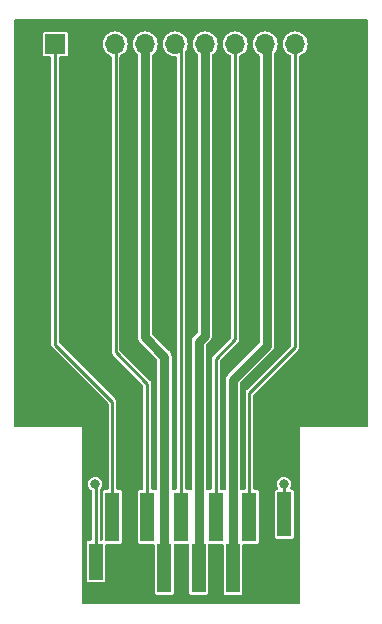
<source format=gbr>
%TF.GenerationSoftware,KiCad,Pcbnew,7.0.7*%
%TF.CreationDate,2024-03-08T17:36:46-05:00*%
%TF.ProjectId,MemcardBreakout,4d656d63-6172-4644-9272-65616b6f7574,rev?*%
%TF.SameCoordinates,Original*%
%TF.FileFunction,Copper,L1,Top*%
%TF.FilePolarity,Positive*%
%FSLAX46Y46*%
G04 Gerber Fmt 4.6, Leading zero omitted, Abs format (unit mm)*
G04 Created by KiCad (PCBNEW 7.0.7) date 2024-03-08 17:36:46*
%MOMM*%
%LPD*%
G01*
G04 APERTURE LIST*
%TA.AperFunction,ComponentPad*%
%ADD10R,1.700000X1.700000*%
%TD*%
%TA.AperFunction,ComponentPad*%
%ADD11O,1.700000X1.700000*%
%TD*%
%TA.AperFunction,SMDPad,CuDef*%
%ADD12R,1.187403X3.771756*%
%TD*%
%TA.AperFunction,SMDPad,CuDef*%
%ADD13R,1.187403X4.679771*%
%TD*%
%TA.AperFunction,SMDPad,CuDef*%
%ADD14R,1.187403X4.190840*%
%TD*%
%TA.AperFunction,SMDPad,CuDef*%
%ADD15R,1.187403X3.143131*%
%TD*%
%TA.AperFunction,ViaPad*%
%ADD16C,0.800000*%
%TD*%
%TA.AperFunction,Conductor*%
%ADD17C,0.250000*%
%TD*%
%TA.AperFunction,Conductor*%
%ADD18C,0.800000*%
%TD*%
G04 APERTURE END LIST*
D10*
%TO.P,J2,1,Pin_1*%
%TO.N,/CLK*%
X132054600Y-58013600D03*
D11*
%TO.P,J2,2,Pin_2*%
%TO.N,/GND*%
X134594600Y-58013600D03*
%TO.P,J2,3,Pin_3*%
%TO.N,/CS*%
X137134600Y-58013600D03*
%TO.P,J2,4,Pin_4*%
%TO.N,Net-(J1-3V3@8)*%
X139674600Y-58013600D03*
%TO.P,J2,5,Pin_5*%
%TO.N,/DI*%
X142214600Y-58013600D03*
%TO.P,J2,6,Pin_6*%
%TO.N,/5V*%
X144754600Y-58013600D03*
%TO.P,J2,7,Pin_7*%
%TO.N,/DO*%
X147294600Y-58013600D03*
%TO.P,J2,8,Pin_8*%
%TO.N,Net-(J1-3V3@4)*%
X149834600Y-58013600D03*
%TO.P,J2,9,Pin_9*%
%TO.N,/INT*%
X152374600Y-58013600D03*
%TO.P,J2,10,Pin_10*%
%TO.N,/GND*%
X154914600Y-58013600D03*
%TD*%
D12*
%TO.P,J1,1,EXTIN*%
%TO.N,Net-(J1-EXTIN)*%
X151450200Y-97837400D03*
D13*
%TO.P,J1,2,GND@2*%
%TO.N,/GND*%
X150000200Y-102637400D03*
D14*
%TO.P,J1,3,INT*%
%TO.N,/INT*%
X148500200Y-98037400D03*
%TO.P,J1,4,3V3@4*%
%TO.N,Net-(J1-3V3@4)*%
X147100200Y-102387400D03*
%TO.P,J1,5,DO*%
%TO.N,/DO*%
X145650200Y-98037400D03*
%TO.P,J1,6,5V*%
%TO.N,/5V*%
X144200200Y-102387400D03*
%TO.P,J1,7,DI*%
%TO.N,/DI*%
X142700200Y-98037400D03*
%TO.P,J1,8,3V3@8*%
%TO.N,Net-(J1-3V3@8)*%
X141300200Y-102387400D03*
%TO.P,J1,9,CS*%
%TO.N,/CS*%
X139850200Y-98037400D03*
D13*
%TO.P,J1,10,GND@10*%
%TO.N,/GND*%
X138400200Y-102587400D03*
D14*
%TO.P,J1,11,CLK*%
%TO.N,/CLK*%
X136900200Y-98037400D03*
D15*
%TO.P,J1,12,EXTOUT*%
%TO.N,Net-(J1-EXTIN)*%
X135500200Y-101837400D03*
%TD*%
D16*
%TO.N,Net-(J1-EXTIN)*%
X151409400Y-95275400D03*
X135432800Y-95275400D03*
%TO.N,/GND*%
X150037800Y-91871800D03*
X129387600Y-60401200D03*
X138379200Y-92075000D03*
X129413000Y-80746600D03*
X157429200Y-73253600D03*
X157607000Y-80467200D03*
X129489200Y-73736200D03*
X129362200Y-66319400D03*
X157530800Y-60655200D03*
X157556200Y-89382600D03*
X129565400Y-89458800D03*
X157378400Y-65760600D03*
%TD*%
D17*
%TO.N,Net-(J1-EXTIN)*%
X135500200Y-101837400D02*
X135500200Y-95342800D01*
X151409400Y-95275400D02*
X151450200Y-95316200D01*
X135500200Y-95342800D02*
X135432800Y-95275400D01*
X151450200Y-95316200D02*
X151450200Y-97837400D01*
%TO.N,/GND*%
X150000200Y-102637400D02*
X150000200Y-91909400D01*
X150000200Y-91909400D02*
X150037800Y-91871800D01*
X154914600Y-83947000D02*
X154914600Y-58013600D01*
X134594600Y-58013600D02*
X134594600Y-83616800D01*
X150000200Y-91834200D02*
X150000200Y-88861400D01*
X134594600Y-83616800D02*
X138400200Y-87422400D01*
X138400200Y-87422400D02*
X138400200Y-92054000D01*
X138400200Y-92054000D02*
X138379200Y-92075000D01*
X138379200Y-92075000D02*
X138400200Y-92096000D01*
X150000200Y-88861400D02*
X154914600Y-83947000D01*
X150037800Y-91871800D02*
X150000200Y-91834200D01*
X138400200Y-92096000D02*
X138400200Y-102587400D01*
%TO.N,/INT*%
X152374600Y-83693000D02*
X152374600Y-58013600D01*
X148500200Y-98037400D02*
X148500200Y-87567400D01*
X148500200Y-87567400D02*
X152374600Y-83693000D01*
%TO.N,/DO*%
X145650200Y-98037400D02*
X145650200Y-84677000D01*
X145650200Y-84677000D02*
X147294600Y-83032600D01*
X147294600Y-83032600D02*
X147294600Y-58013600D01*
D18*
%TO.N,/5V*%
X144729200Y-82702400D02*
X144729200Y-58039000D01*
X144200200Y-83231400D02*
X144729200Y-82702400D01*
X144200200Y-102387400D02*
X144200200Y-83231400D01*
X144729200Y-58039000D02*
X144754600Y-58013600D01*
D17*
%TO.N,/DI*%
X142700200Y-98037400D02*
X142700200Y-58499200D01*
X142700200Y-58499200D02*
X142214600Y-58013600D01*
%TO.N,/CS*%
X137160000Y-84074000D02*
X137160000Y-58039000D01*
X137160000Y-58039000D02*
X137134600Y-58013600D01*
X139850200Y-98037400D02*
X139850200Y-86764200D01*
X139850200Y-86764200D02*
X137160000Y-84074000D01*
%TO.N,/CLK*%
X136900200Y-98037400D02*
X136900200Y-88310000D01*
X136900200Y-88310000D02*
X132054600Y-83464400D01*
X132054600Y-83464400D02*
X132054600Y-58013600D01*
D18*
%TO.N,Net-(J1-3V3@4)*%
X147100200Y-86427400D02*
X149961600Y-83566000D01*
X147100200Y-102387400D02*
X147100200Y-86427400D01*
D17*
X149961600Y-58140600D02*
X149834600Y-58013600D01*
D18*
X149961600Y-83566000D02*
X149961600Y-58140600D01*
%TO.N,Net-(J1-3V3@8)*%
X141300200Y-102387400D02*
X141300200Y-84480400D01*
X141300200Y-84480400D02*
X139674600Y-82854800D01*
X139674600Y-82854800D02*
X139674600Y-58013600D01*
%TD*%
%TA.AperFunction,Conductor*%
%TO.N,/GND*%
G36*
X158489339Y-55947175D02*
G01*
X158535094Y-55999979D01*
X158546300Y-56051490D01*
X158546300Y-90303310D01*
X158526615Y-90370349D01*
X158473811Y-90416104D01*
X158422300Y-90427310D01*
X152772740Y-90427310D01*
X152772534Y-90427269D01*
X152747980Y-90427269D01*
X152747881Y-90427310D01*
X152747597Y-90427426D01*
X152747595Y-90427428D01*
X152747439Y-90427809D01*
X152747456Y-90452426D01*
X152747451Y-90452426D01*
X152747480Y-90452569D01*
X152747480Y-105342650D01*
X152727795Y-105409689D01*
X152674991Y-105455444D01*
X152623480Y-105466650D01*
X134472720Y-105466650D01*
X134405681Y-105446965D01*
X134359926Y-105394161D01*
X134348720Y-105342650D01*
X134348720Y-90452569D01*
X134348748Y-90452426D01*
X134348744Y-90452426D01*
X134348759Y-90427812D01*
X134348761Y-90427810D01*
X134348682Y-90427618D01*
X134348604Y-90427428D01*
X134348602Y-90427426D01*
X134348319Y-90427310D01*
X134348220Y-90427269D01*
X134323666Y-90427269D01*
X134323460Y-90427310D01*
X128671360Y-90427310D01*
X128604321Y-90407625D01*
X128558566Y-90354821D01*
X128547360Y-90303310D01*
X128547360Y-58883352D01*
X131004100Y-58883352D01*
X131015731Y-58941829D01*
X131015732Y-58941830D01*
X131060047Y-59008152D01*
X131126369Y-59052467D01*
X131126370Y-59052468D01*
X131184847Y-59064099D01*
X131184850Y-59064100D01*
X131184852Y-59064100D01*
X131605100Y-59064100D01*
X131672139Y-59083785D01*
X131717894Y-59136589D01*
X131729100Y-59188100D01*
X131729100Y-83447478D01*
X131728864Y-83452885D01*
X131725335Y-83493208D01*
X131735812Y-83532310D01*
X131736983Y-83537590D01*
X131744011Y-83577443D01*
X131745835Y-83582455D01*
X131752797Y-83599261D01*
X131755045Y-83604081D01*
X131755046Y-83604084D01*
X131769052Y-83624087D01*
X131778255Y-83637231D01*
X131781161Y-83641792D01*
X131801406Y-83676855D01*
X131832415Y-83702875D01*
X131836405Y-83706531D01*
X136538381Y-88408507D01*
X136571866Y-88469830D01*
X136574700Y-88496188D01*
X136574700Y-95617480D01*
X136555015Y-95684519D01*
X136502211Y-95730274D01*
X136450700Y-95741480D01*
X136286745Y-95741480D01*
X136228268Y-95753111D01*
X136228267Y-95753112D01*
X136161945Y-95797427D01*
X136117630Y-95863749D01*
X136117629Y-95863750D01*
X136105998Y-95922227D01*
X136105998Y-99941334D01*
X136086313Y-100008373D01*
X136033509Y-100054128D01*
X135981998Y-100065334D01*
X135949700Y-100065334D01*
X135882661Y-100045649D01*
X135836906Y-99992845D01*
X135825700Y-99941334D01*
X135825700Y-95790426D01*
X135845385Y-95723387D01*
X135857434Y-95708433D01*
X135861076Y-95703686D01*
X135861082Y-95703682D01*
X135957336Y-95578241D01*
X136017844Y-95432162D01*
X136038482Y-95275400D01*
X136017844Y-95118638D01*
X135957336Y-94972559D01*
X135861082Y-94847118D01*
X135735641Y-94750864D01*
X135589562Y-94690356D01*
X135589560Y-94690355D01*
X135432801Y-94669718D01*
X135432799Y-94669718D01*
X135276039Y-94690355D01*
X135276037Y-94690356D01*
X135129960Y-94750863D01*
X135004518Y-94847118D01*
X134908263Y-94972560D01*
X134847756Y-95118637D01*
X134847755Y-95118639D01*
X134827118Y-95275398D01*
X134827118Y-95275401D01*
X134847755Y-95432160D01*
X134847756Y-95432162D01*
X134908264Y-95578241D01*
X135004518Y-95703682D01*
X135068937Y-95753112D01*
X135126186Y-95797041D01*
X135167389Y-95853469D01*
X135174700Y-95895417D01*
X135174700Y-99941334D01*
X135155015Y-100008373D01*
X135102211Y-100054128D01*
X135050700Y-100065334D01*
X134886745Y-100065334D01*
X134828268Y-100076965D01*
X134828267Y-100076966D01*
X134761945Y-100121281D01*
X134717630Y-100187603D01*
X134717629Y-100187604D01*
X134705998Y-100246081D01*
X134705998Y-103428718D01*
X134717629Y-103487195D01*
X134717630Y-103487196D01*
X134761945Y-103553518D01*
X134828267Y-103597833D01*
X134828268Y-103597834D01*
X134886745Y-103609465D01*
X134886748Y-103609466D01*
X134886750Y-103609466D01*
X136113652Y-103609466D01*
X136113653Y-103609465D01*
X136128470Y-103606518D01*
X136172131Y-103597834D01*
X136172131Y-103597833D01*
X136172133Y-103597833D01*
X136238454Y-103553518D01*
X136282769Y-103487197D01*
X136282769Y-103487195D01*
X136282770Y-103487195D01*
X136294401Y-103428718D01*
X136294402Y-103428716D01*
X136294402Y-100457320D01*
X136314087Y-100390281D01*
X136366891Y-100344526D01*
X136418402Y-100333320D01*
X137513652Y-100333320D01*
X137513653Y-100333319D01*
X137528470Y-100330372D01*
X137572131Y-100321688D01*
X137572131Y-100321687D01*
X137572133Y-100321687D01*
X137638454Y-100277372D01*
X137682769Y-100211051D01*
X137682769Y-100211049D01*
X137682770Y-100211049D01*
X137694401Y-100152572D01*
X137694402Y-100152570D01*
X137694402Y-95922229D01*
X137694401Y-95922227D01*
X137682770Y-95863750D01*
X137682769Y-95863749D01*
X137638454Y-95797427D01*
X137572132Y-95753112D01*
X137572131Y-95753111D01*
X137513654Y-95741480D01*
X137513650Y-95741480D01*
X137349700Y-95741480D01*
X137282661Y-95721795D01*
X137236906Y-95668991D01*
X137225700Y-95617480D01*
X137225700Y-88326912D01*
X137225936Y-88321506D01*
X137229463Y-88281191D01*
X137218985Y-88242090D01*
X137217818Y-88236830D01*
X137210788Y-88196955D01*
X137210787Y-88196953D01*
X137208960Y-88191933D01*
X137202020Y-88175176D01*
X137199754Y-88170319D01*
X137199754Y-88170316D01*
X137176537Y-88137159D01*
X137173635Y-88132605D01*
X137153394Y-88097545D01*
X137122382Y-88071522D01*
X137118410Y-88067883D01*
X132416419Y-83365892D01*
X132382934Y-83304569D01*
X132380100Y-83278211D01*
X132380100Y-59188100D01*
X132399785Y-59121061D01*
X132452589Y-59075306D01*
X132504100Y-59064100D01*
X132924350Y-59064100D01*
X132924351Y-59064099D01*
X132939168Y-59061152D01*
X132982829Y-59052468D01*
X132982829Y-59052467D01*
X132982831Y-59052467D01*
X133049152Y-59008152D01*
X133093467Y-58941831D01*
X133093467Y-58941829D01*
X133093468Y-58941829D01*
X133105099Y-58883352D01*
X133105100Y-58883350D01*
X133105100Y-58013600D01*
X136079017Y-58013600D01*
X136099299Y-58219532D01*
X136099300Y-58219534D01*
X136159368Y-58417554D01*
X136256915Y-58600050D01*
X136291569Y-58642277D01*
X136388189Y-58760010D01*
X136484809Y-58839302D01*
X136548150Y-58891285D01*
X136730646Y-58988832D01*
X136746495Y-58993639D01*
X136804931Y-59031932D01*
X136833390Y-59095743D01*
X136834500Y-59112299D01*
X136834500Y-84057078D01*
X136834264Y-84062485D01*
X136830735Y-84102808D01*
X136841212Y-84141910D01*
X136842383Y-84147190D01*
X136849411Y-84187043D01*
X136851235Y-84192055D01*
X136858197Y-84208861D01*
X136860445Y-84213681D01*
X136860446Y-84213684D01*
X136874452Y-84233687D01*
X136883655Y-84246831D01*
X136886561Y-84251392D01*
X136906806Y-84286455D01*
X136937815Y-84312475D01*
X136941805Y-84316131D01*
X139488381Y-86862707D01*
X139521866Y-86924030D01*
X139524700Y-86950388D01*
X139524700Y-95617480D01*
X139505015Y-95684519D01*
X139452211Y-95730274D01*
X139400700Y-95741480D01*
X139236745Y-95741480D01*
X139178268Y-95753111D01*
X139178267Y-95753112D01*
X139111945Y-95797427D01*
X139067630Y-95863749D01*
X139067629Y-95863750D01*
X139055998Y-95922227D01*
X139055998Y-100152572D01*
X139067629Y-100211049D01*
X139067630Y-100211050D01*
X139111945Y-100277372D01*
X139178267Y-100321687D01*
X139178268Y-100321688D01*
X139236745Y-100333319D01*
X139236748Y-100333320D01*
X140381998Y-100333320D01*
X140449037Y-100353005D01*
X140494792Y-100405809D01*
X140505998Y-100457320D01*
X140505998Y-104502572D01*
X140517629Y-104561049D01*
X140517630Y-104561050D01*
X140561945Y-104627372D01*
X140628267Y-104671687D01*
X140628268Y-104671688D01*
X140686745Y-104683319D01*
X140686748Y-104683320D01*
X140686750Y-104683320D01*
X141913652Y-104683320D01*
X141913653Y-104683319D01*
X141928470Y-104680372D01*
X141972131Y-104671688D01*
X141972131Y-104671687D01*
X141972133Y-104671687D01*
X142038454Y-104627372D01*
X142082769Y-104561051D01*
X142082769Y-104561049D01*
X142082770Y-104561049D01*
X142094401Y-104502572D01*
X142094402Y-104502570D01*
X142094402Y-100457320D01*
X142114087Y-100390281D01*
X142166891Y-100344526D01*
X142218402Y-100333320D01*
X143281998Y-100333320D01*
X143349037Y-100353005D01*
X143394792Y-100405809D01*
X143405998Y-100457320D01*
X143405998Y-104502572D01*
X143417629Y-104561049D01*
X143417630Y-104561050D01*
X143461945Y-104627372D01*
X143528267Y-104671687D01*
X143528268Y-104671688D01*
X143586745Y-104683319D01*
X143586748Y-104683320D01*
X143586750Y-104683320D01*
X144813652Y-104683320D01*
X144813653Y-104683319D01*
X144828470Y-104680372D01*
X144872131Y-104671688D01*
X144872131Y-104671687D01*
X144872133Y-104671687D01*
X144938454Y-104627372D01*
X144982769Y-104561051D01*
X144982769Y-104561049D01*
X144982770Y-104561049D01*
X144994401Y-104502572D01*
X144994402Y-104502570D01*
X144994402Y-100457320D01*
X145014087Y-100390281D01*
X145066891Y-100344526D01*
X145118402Y-100333320D01*
X146181998Y-100333320D01*
X146249037Y-100353005D01*
X146294792Y-100405809D01*
X146305998Y-100457320D01*
X146305998Y-104502572D01*
X146317629Y-104561049D01*
X146317630Y-104561050D01*
X146361945Y-104627372D01*
X146428267Y-104671687D01*
X146428268Y-104671688D01*
X146486745Y-104683319D01*
X146486748Y-104683320D01*
X146486750Y-104683320D01*
X147713652Y-104683320D01*
X147713653Y-104683319D01*
X147728470Y-104680372D01*
X147772131Y-104671688D01*
X147772131Y-104671687D01*
X147772133Y-104671687D01*
X147838454Y-104627372D01*
X147882769Y-104561051D01*
X147882769Y-104561049D01*
X147882770Y-104561049D01*
X147894401Y-104502572D01*
X147894402Y-104502570D01*
X147894402Y-100457320D01*
X147914087Y-100390281D01*
X147966891Y-100344526D01*
X148018402Y-100333320D01*
X149113652Y-100333320D01*
X149113653Y-100333319D01*
X149128470Y-100330372D01*
X149172131Y-100321688D01*
X149172131Y-100321687D01*
X149172133Y-100321687D01*
X149238454Y-100277372D01*
X149282769Y-100211051D01*
X149282769Y-100211049D01*
X149282770Y-100211049D01*
X149294401Y-100152572D01*
X149294402Y-100152570D01*
X149294402Y-99743030D01*
X150655998Y-99743030D01*
X150667629Y-99801507D01*
X150667630Y-99801508D01*
X150711945Y-99867830D01*
X150778267Y-99912145D01*
X150778268Y-99912146D01*
X150836745Y-99923777D01*
X150836748Y-99923778D01*
X150836750Y-99923778D01*
X152063652Y-99923778D01*
X152063653Y-99923777D01*
X152078470Y-99920830D01*
X152122131Y-99912146D01*
X152122131Y-99912145D01*
X152122133Y-99912145D01*
X152188454Y-99867830D01*
X152232769Y-99801509D01*
X152232769Y-99801507D01*
X152232770Y-99801507D01*
X152244401Y-99743030D01*
X152244402Y-99743028D01*
X152244402Y-95931771D01*
X152244401Y-95931769D01*
X152232770Y-95873292D01*
X152232769Y-95873291D01*
X152188454Y-95806969D01*
X152122132Y-95762654D01*
X152122131Y-95762653D01*
X152063654Y-95751022D01*
X152063650Y-95751022D01*
X152047947Y-95751022D01*
X151980908Y-95731337D01*
X151935153Y-95678533D01*
X151925209Y-95609375D01*
X151933386Y-95579569D01*
X151937724Y-95569094D01*
X151994444Y-95432162D01*
X152015082Y-95275400D01*
X151994444Y-95118638D01*
X151933936Y-94972559D01*
X151837682Y-94847118D01*
X151712241Y-94750864D01*
X151566162Y-94690356D01*
X151566160Y-94690355D01*
X151409401Y-94669718D01*
X151409399Y-94669718D01*
X151252639Y-94690355D01*
X151252637Y-94690356D01*
X151106560Y-94750863D01*
X150981118Y-94847118D01*
X150884863Y-94972560D01*
X150824356Y-95118637D01*
X150824355Y-95118639D01*
X150803718Y-95275398D01*
X150803718Y-95275401D01*
X150824355Y-95432160D01*
X150824356Y-95432162D01*
X150887974Y-95585749D01*
X150885753Y-95586668D01*
X150899337Y-95642700D01*
X150876474Y-95708723D01*
X150821546Y-95751905D01*
X150799670Y-95758397D01*
X150778268Y-95762654D01*
X150778267Y-95762654D01*
X150711945Y-95806969D01*
X150667630Y-95873291D01*
X150667629Y-95873292D01*
X150655998Y-95931769D01*
X150655998Y-99743030D01*
X149294402Y-99743030D01*
X149294402Y-95922229D01*
X149294401Y-95922227D01*
X149282770Y-95863750D01*
X149282769Y-95863749D01*
X149238454Y-95797427D01*
X149172132Y-95753112D01*
X149172131Y-95753111D01*
X149113654Y-95741480D01*
X149113650Y-95741480D01*
X148949700Y-95741480D01*
X148882661Y-95721795D01*
X148836906Y-95668991D01*
X148825700Y-95617480D01*
X148825700Y-87753586D01*
X148845385Y-87686547D01*
X148862014Y-87665910D01*
X152592804Y-83935120D01*
X152596766Y-83931489D01*
X152627794Y-83905455D01*
X152648038Y-83870390D01*
X152650935Y-83865841D01*
X152674154Y-83832684D01*
X152674154Y-83832681D01*
X152676419Y-83827824D01*
X152683347Y-83811099D01*
X152685184Y-83806050D01*
X152685188Y-83806045D01*
X152692219Y-83766162D01*
X152693377Y-83760940D01*
X152703864Y-83721807D01*
X152700335Y-83681481D01*
X152700100Y-83676078D01*
X152700100Y-59104183D01*
X152719785Y-59037144D01*
X152772589Y-58991389D01*
X152776649Y-58989621D01*
X152778545Y-58988834D01*
X152778554Y-58988832D01*
X152961050Y-58891285D01*
X153121010Y-58760010D01*
X153252285Y-58600050D01*
X153349832Y-58417554D01*
X153409900Y-58219534D01*
X153430183Y-58013600D01*
X153409900Y-57807666D01*
X153349832Y-57609646D01*
X153252285Y-57427150D01*
X153200302Y-57363809D01*
X153121010Y-57267189D01*
X152970721Y-57143852D01*
X152961050Y-57135915D01*
X152778554Y-57038368D01*
X152580534Y-56978300D01*
X152580532Y-56978299D01*
X152580534Y-56978299D01*
X152374600Y-56958017D01*
X152168667Y-56978299D01*
X151970643Y-57038369D01*
X151882714Y-57085369D01*
X151788150Y-57135915D01*
X151788148Y-57135916D01*
X151788147Y-57135917D01*
X151628189Y-57267189D01*
X151496917Y-57427147D01*
X151399369Y-57609643D01*
X151339299Y-57807667D01*
X151319017Y-58013600D01*
X151339299Y-58219532D01*
X151339300Y-58219534D01*
X151399368Y-58417554D01*
X151496915Y-58600050D01*
X151531569Y-58642277D01*
X151628189Y-58760010D01*
X151724809Y-58839302D01*
X151788150Y-58891285D01*
X151970646Y-58988832D01*
X151970651Y-58988833D01*
X151972551Y-58989621D01*
X151973396Y-58990301D01*
X151976019Y-58991704D01*
X151975753Y-58992201D01*
X152026955Y-59033462D01*
X152049021Y-59099756D01*
X152049100Y-59104183D01*
X152049100Y-83506811D01*
X152029415Y-83573850D01*
X152012781Y-83594492D01*
X148282003Y-87325270D01*
X148278014Y-87328925D01*
X148247005Y-87354945D01*
X148226762Y-87390006D01*
X148223856Y-87394566D01*
X148200646Y-87427713D01*
X148198406Y-87432517D01*
X148191429Y-87449361D01*
X148189610Y-87454359D01*
X148182583Y-87494211D01*
X148181412Y-87499491D01*
X148170935Y-87538591D01*
X148174464Y-87578913D01*
X148174700Y-87584320D01*
X148174700Y-95617480D01*
X148155015Y-95684519D01*
X148102211Y-95730274D01*
X148050700Y-95741480D01*
X147886749Y-95741480D01*
X147848889Y-95749010D01*
X147779297Y-95742781D01*
X147724121Y-95699917D01*
X147700878Y-95634026D01*
X147700700Y-95627392D01*
X147700700Y-86727496D01*
X147720385Y-86660457D01*
X147737014Y-86639820D01*
X150355523Y-84021310D01*
X150361598Y-84015984D01*
X150389882Y-83994282D01*
X150486136Y-83868841D01*
X150546644Y-83722762D01*
X150562100Y-83605361D01*
X150567282Y-83566001D01*
X150566251Y-83558174D01*
X150562630Y-83530669D01*
X150562099Y-83522567D01*
X150562099Y-82402302D01*
X150562099Y-58827415D01*
X150581784Y-58760380D01*
X150590234Y-58748770D01*
X150712285Y-58600050D01*
X150809832Y-58417554D01*
X150869900Y-58219534D01*
X150890183Y-58013600D01*
X150869900Y-57807666D01*
X150809832Y-57609646D01*
X150712285Y-57427150D01*
X150660302Y-57363809D01*
X150581010Y-57267189D01*
X150430721Y-57143852D01*
X150421050Y-57135915D01*
X150238554Y-57038368D01*
X150040534Y-56978300D01*
X150040532Y-56978299D01*
X150040534Y-56978299D01*
X149853063Y-56959835D01*
X149834600Y-56958017D01*
X149834599Y-56958017D01*
X149628667Y-56978299D01*
X149430643Y-57038369D01*
X149342714Y-57085369D01*
X149248150Y-57135915D01*
X149248148Y-57135916D01*
X149248147Y-57135917D01*
X149088189Y-57267189D01*
X148956917Y-57427147D01*
X148859369Y-57609643D01*
X148799299Y-57807667D01*
X148779017Y-58013599D01*
X148799299Y-58219532D01*
X148799300Y-58219534D01*
X148859368Y-58417554D01*
X148956915Y-58600050D01*
X148991569Y-58642277D01*
X149088189Y-58760010D01*
X149188762Y-58842547D01*
X149248150Y-58891285D01*
X149248152Y-58891286D01*
X149248155Y-58891288D01*
X149265001Y-58900292D01*
X149295551Y-58916621D01*
X149345396Y-58965582D01*
X149361100Y-59025980D01*
X149361100Y-83265902D01*
X149341415Y-83332941D01*
X149324781Y-83353583D01*
X146706296Y-85972068D01*
X146700193Y-85977420D01*
X146671919Y-85999116D01*
X146647750Y-86030615D01*
X146575661Y-86124562D01*
X146575661Y-86124563D01*
X146515157Y-86270634D01*
X146515155Y-86270639D01*
X146494518Y-86427398D01*
X146494518Y-86427399D01*
X146499169Y-86462726D01*
X146499700Y-86470828D01*
X146499700Y-95641084D01*
X146480015Y-95708123D01*
X146427211Y-95753878D01*
X146358053Y-95763822D01*
X146328248Y-95755645D01*
X146322133Y-95753112D01*
X146263654Y-95741480D01*
X146263650Y-95741480D01*
X146099700Y-95741480D01*
X146032661Y-95721795D01*
X145986906Y-95668991D01*
X145975700Y-95617480D01*
X145975700Y-84863187D01*
X145995385Y-84796148D01*
X146012014Y-84775511D01*
X147512804Y-83274720D01*
X147516766Y-83271089D01*
X147547794Y-83245055D01*
X147568038Y-83209990D01*
X147570935Y-83205441D01*
X147594154Y-83172284D01*
X147594154Y-83172281D01*
X147596419Y-83167424D01*
X147603347Y-83150699D01*
X147605184Y-83145650D01*
X147605188Y-83145645D01*
X147612219Y-83105762D01*
X147613377Y-83100540D01*
X147623864Y-83061407D01*
X147620335Y-83021078D01*
X147620100Y-83015675D01*
X147620100Y-59104183D01*
X147639785Y-59037144D01*
X147692589Y-58991389D01*
X147696649Y-58989621D01*
X147698545Y-58988834D01*
X147698554Y-58988832D01*
X147881050Y-58891285D01*
X148041010Y-58760010D01*
X148172285Y-58600050D01*
X148269832Y-58417554D01*
X148329900Y-58219534D01*
X148350183Y-58013600D01*
X148329900Y-57807666D01*
X148269832Y-57609646D01*
X148172285Y-57427150D01*
X148120302Y-57363809D01*
X148041010Y-57267189D01*
X147890721Y-57143852D01*
X147881050Y-57135915D01*
X147698554Y-57038368D01*
X147500534Y-56978300D01*
X147500532Y-56978299D01*
X147500534Y-56978299D01*
X147294600Y-56958017D01*
X147088667Y-56978299D01*
X146890643Y-57038369D01*
X146802714Y-57085369D01*
X146708150Y-57135915D01*
X146708148Y-57135916D01*
X146708147Y-57135917D01*
X146548189Y-57267189D01*
X146416917Y-57427147D01*
X146319369Y-57609643D01*
X146259299Y-57807667D01*
X146239017Y-58013600D01*
X146259299Y-58219532D01*
X146259300Y-58219534D01*
X146319368Y-58417554D01*
X146416915Y-58600050D01*
X146451569Y-58642277D01*
X146548189Y-58760010D01*
X146644809Y-58839302D01*
X146708150Y-58891285D01*
X146890646Y-58988832D01*
X146890651Y-58988833D01*
X146892551Y-58989621D01*
X146893396Y-58990301D01*
X146896019Y-58991704D01*
X146895753Y-58992201D01*
X146946955Y-59033462D01*
X146969021Y-59099756D01*
X146969100Y-59104183D01*
X146969100Y-82846411D01*
X146949415Y-82913450D01*
X146932781Y-82934092D01*
X145432003Y-84434870D01*
X145428014Y-84438525D01*
X145397005Y-84464545D01*
X145376762Y-84499606D01*
X145373856Y-84504166D01*
X145350646Y-84537313D01*
X145348406Y-84542117D01*
X145341429Y-84558961D01*
X145339610Y-84563959D01*
X145332583Y-84603811D01*
X145331412Y-84609091D01*
X145320935Y-84648191D01*
X145324464Y-84688513D01*
X145324700Y-84693920D01*
X145324700Y-95617480D01*
X145305015Y-95684519D01*
X145252211Y-95730274D01*
X145200700Y-95741480D01*
X145036745Y-95741480D01*
X144978266Y-95753112D01*
X144972152Y-95755645D01*
X144902683Y-95763114D01*
X144840204Y-95731839D01*
X144804552Y-95671750D01*
X144800700Y-95641084D01*
X144800700Y-83531495D01*
X144820385Y-83464456D01*
X144837014Y-83443819D01*
X145123122Y-83157711D01*
X145129199Y-83152383D01*
X145157482Y-83130682D01*
X145253736Y-83005241D01*
X145314244Y-82859162D01*
X145329700Y-82741761D01*
X145334882Y-82702400D01*
X145330230Y-82667069D01*
X145329700Y-82658971D01*
X145329700Y-58959247D01*
X145349385Y-58892208D01*
X145375034Y-58863395D01*
X145501010Y-58760010D01*
X145632285Y-58600050D01*
X145729832Y-58417554D01*
X145789900Y-58219534D01*
X145810183Y-58013600D01*
X145789900Y-57807666D01*
X145729832Y-57609646D01*
X145632285Y-57427150D01*
X145580302Y-57363809D01*
X145501010Y-57267189D01*
X145350721Y-57143852D01*
X145341050Y-57135915D01*
X145158554Y-57038368D01*
X144960534Y-56978300D01*
X144960532Y-56978299D01*
X144960534Y-56978299D01*
X144754600Y-56958017D01*
X144548667Y-56978299D01*
X144350643Y-57038369D01*
X144262714Y-57085369D01*
X144168150Y-57135915D01*
X144168148Y-57135916D01*
X144168147Y-57135917D01*
X144008189Y-57267189D01*
X143876917Y-57427147D01*
X143779369Y-57609643D01*
X143719299Y-57807667D01*
X143699017Y-58013600D01*
X143719299Y-58219532D01*
X143719300Y-58219534D01*
X143779368Y-58417554D01*
X143876915Y-58600050D01*
X143915353Y-58646887D01*
X144008187Y-58760007D01*
X144008188Y-58760008D01*
X144008190Y-58760010D01*
X144083365Y-58821704D01*
X144122699Y-58879447D01*
X144128700Y-58917556D01*
X144128700Y-82402302D01*
X144109015Y-82469341D01*
X144092381Y-82489983D01*
X143806296Y-82776068D01*
X143800194Y-82781419D01*
X143771918Y-82803117D01*
X143771917Y-82803118D01*
X143662570Y-82945621D01*
X143662811Y-82947001D01*
X143654163Y-82980465D01*
X143615157Y-83074634D01*
X143615155Y-83074639D01*
X143597936Y-83205434D01*
X143594518Y-83231400D01*
X143599060Y-83265902D01*
X143599169Y-83266726D01*
X143599700Y-83274828D01*
X143599700Y-95673180D01*
X143580015Y-95740219D01*
X143527211Y-95785974D01*
X143458053Y-95795918D01*
X143406810Y-95776283D01*
X143375922Y-95755645D01*
X143372133Y-95753113D01*
X143372132Y-95753112D01*
X143372131Y-95753112D01*
X143372131Y-95753111D01*
X143313654Y-95741480D01*
X143313650Y-95741480D01*
X143149700Y-95741480D01*
X143082661Y-95721795D01*
X143036906Y-95668991D01*
X143025700Y-95617480D01*
X143025700Y-58725552D01*
X143045385Y-58658513D01*
X143053847Y-58646887D01*
X143062642Y-58636168D01*
X143092285Y-58600050D01*
X143189832Y-58417554D01*
X143249900Y-58219534D01*
X143270183Y-58013600D01*
X143249900Y-57807666D01*
X143189832Y-57609646D01*
X143092285Y-57427150D01*
X143040302Y-57363809D01*
X142961010Y-57267189D01*
X142810721Y-57143852D01*
X142801050Y-57135915D01*
X142618554Y-57038368D01*
X142420534Y-56978300D01*
X142420532Y-56978299D01*
X142420534Y-56978299D01*
X142214600Y-56958017D01*
X142008667Y-56978299D01*
X141810643Y-57038369D01*
X141722714Y-57085369D01*
X141628150Y-57135915D01*
X141628148Y-57135916D01*
X141628147Y-57135917D01*
X141468189Y-57267189D01*
X141336917Y-57427147D01*
X141239369Y-57609643D01*
X141179299Y-57807667D01*
X141159017Y-58013600D01*
X141179299Y-58219532D01*
X141179300Y-58219534D01*
X141239368Y-58417554D01*
X141336915Y-58600050D01*
X141371569Y-58642277D01*
X141468189Y-58760010D01*
X141564809Y-58839302D01*
X141628150Y-58891285D01*
X141810646Y-58988832D01*
X142008666Y-59048900D01*
X142008665Y-59048900D01*
X142031163Y-59051115D01*
X142214600Y-59069183D01*
X142238546Y-59066824D01*
X142307190Y-59079842D01*
X142357901Y-59127906D01*
X142374700Y-59190227D01*
X142374700Y-95617480D01*
X142355015Y-95684519D01*
X142302211Y-95730274D01*
X142250700Y-95741480D01*
X142086749Y-95741480D01*
X142048889Y-95749010D01*
X141979297Y-95742781D01*
X141924121Y-95699917D01*
X141900878Y-95634026D01*
X141900700Y-95627392D01*
X141900700Y-84523834D01*
X141901231Y-84515733D01*
X141905883Y-84480400D01*
X141905883Y-84480399D01*
X141900141Y-84436786D01*
X141885244Y-84323638D01*
X141847088Y-84231522D01*
X141824738Y-84177563D01*
X141824738Y-84177562D01*
X141824736Y-84177559D01*
X141752650Y-84083615D01*
X141734366Y-84059786D01*
X141728483Y-84052118D01*
X141700209Y-84030423D01*
X141694112Y-84025077D01*
X140311419Y-82642383D01*
X140277934Y-82581060D01*
X140275100Y-82554702D01*
X140275100Y-58938401D01*
X140294785Y-58871362D01*
X140320432Y-58842551D01*
X140421010Y-58760010D01*
X140552285Y-58600050D01*
X140649832Y-58417554D01*
X140709900Y-58219534D01*
X140730183Y-58013600D01*
X140709900Y-57807666D01*
X140649832Y-57609646D01*
X140552285Y-57427150D01*
X140500302Y-57363809D01*
X140421010Y-57267189D01*
X140270721Y-57143852D01*
X140261050Y-57135915D01*
X140078554Y-57038368D01*
X139880534Y-56978300D01*
X139880532Y-56978299D01*
X139880534Y-56978299D01*
X139674600Y-56958017D01*
X139468667Y-56978299D01*
X139270643Y-57038369D01*
X139182714Y-57085369D01*
X139088150Y-57135915D01*
X139088148Y-57135916D01*
X139088147Y-57135917D01*
X138928189Y-57267189D01*
X138796917Y-57427147D01*
X138699369Y-57609643D01*
X138639299Y-57807667D01*
X138619017Y-58013599D01*
X138639299Y-58219532D01*
X138639300Y-58219534D01*
X138699368Y-58417554D01*
X138796915Y-58600050D01*
X138835353Y-58646887D01*
X138928187Y-58760007D01*
X138928188Y-58760008D01*
X138928190Y-58760010D01*
X139028765Y-58842549D01*
X139068099Y-58900292D01*
X139074100Y-58938401D01*
X139074100Y-82811371D01*
X139073569Y-82819473D01*
X139068918Y-82854799D01*
X139068918Y-82854800D01*
X139074100Y-82894160D01*
X139089555Y-83011560D01*
X139089556Y-83011562D01*
X139147881Y-83152372D01*
X139150064Y-83157641D01*
X139246318Y-83283082D01*
X139274595Y-83304780D01*
X139280685Y-83310120D01*
X140663382Y-84692817D01*
X140696866Y-84754138D01*
X140699700Y-84780496D01*
X140699700Y-95641084D01*
X140680015Y-95708123D01*
X140627211Y-95753878D01*
X140558053Y-95763822D01*
X140528248Y-95755645D01*
X140522133Y-95753112D01*
X140463654Y-95741480D01*
X140463650Y-95741480D01*
X140299700Y-95741480D01*
X140232661Y-95721795D01*
X140186906Y-95668991D01*
X140175700Y-95617480D01*
X140175700Y-86781109D01*
X140175936Y-86775702D01*
X140179463Y-86735391D01*
X140168985Y-86696290D01*
X140167818Y-86691030D01*
X140160788Y-86651155D01*
X140160787Y-86651153D01*
X140158960Y-86646133D01*
X140152020Y-86629376D01*
X140149754Y-86624519D01*
X140149754Y-86624516D01*
X140126537Y-86591359D01*
X140123635Y-86586805D01*
X140103394Y-86551745D01*
X140072382Y-86525722D01*
X140068410Y-86522083D01*
X137521819Y-83975492D01*
X137488334Y-83914169D01*
X137485500Y-83887811D01*
X137485500Y-59091512D01*
X137505185Y-59024473D01*
X137551046Y-58982154D01*
X137721050Y-58891285D01*
X137881010Y-58760010D01*
X138012285Y-58600050D01*
X138109832Y-58417554D01*
X138169900Y-58219534D01*
X138190183Y-58013600D01*
X138169900Y-57807666D01*
X138109832Y-57609646D01*
X138012285Y-57427150D01*
X137960302Y-57363809D01*
X137881010Y-57267189D01*
X137730721Y-57143852D01*
X137721050Y-57135915D01*
X137538554Y-57038368D01*
X137340534Y-56978300D01*
X137340532Y-56978299D01*
X137340534Y-56978299D01*
X137134600Y-56958017D01*
X136928667Y-56978299D01*
X136730643Y-57038369D01*
X136642714Y-57085369D01*
X136548150Y-57135915D01*
X136548148Y-57135916D01*
X136548147Y-57135917D01*
X136388189Y-57267189D01*
X136256917Y-57427147D01*
X136159369Y-57609643D01*
X136099299Y-57807667D01*
X136079017Y-58013600D01*
X133105100Y-58013600D01*
X133105100Y-57143849D01*
X133105099Y-57143847D01*
X133093468Y-57085370D01*
X133093467Y-57085369D01*
X133049152Y-57019047D01*
X132982830Y-56974732D01*
X132982829Y-56974731D01*
X132924352Y-56963100D01*
X132924348Y-56963100D01*
X131184852Y-56963100D01*
X131184847Y-56963100D01*
X131126370Y-56974731D01*
X131126369Y-56974732D01*
X131060047Y-57019047D01*
X131015732Y-57085369D01*
X131015731Y-57085370D01*
X131004100Y-57143847D01*
X131004100Y-58883352D01*
X128547360Y-58883352D01*
X128547360Y-56051490D01*
X128567045Y-55984451D01*
X128619849Y-55938696D01*
X128671360Y-55927490D01*
X158422300Y-55927490D01*
X158489339Y-55947175D01*
G37*
%TD.AperFunction*%
%TD*%
M02*

</source>
